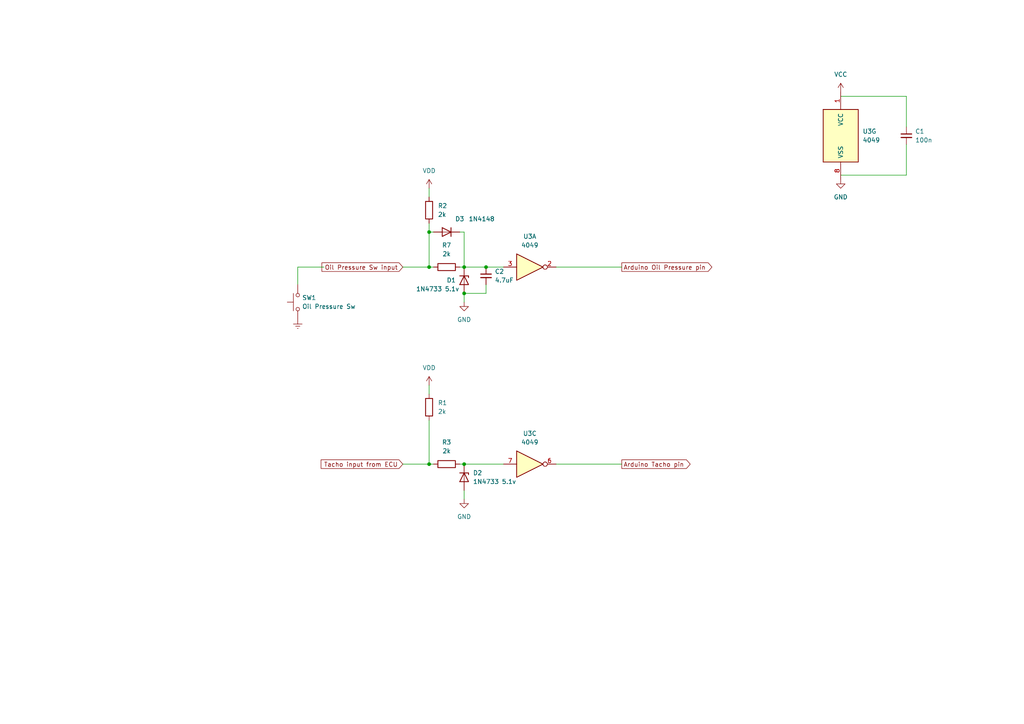
<source format=kicad_sch>
(kicad_sch (version 20230121) (generator eeschema)
  (paper "A4")
  (lib_symbols
    (symbol "4xxx:4049" (pin_names (offset 1.016))
      (property "Reference" "U" (at 0 1.27 0))
      (property "Value" "4049" (at 0 -1.27 0))
      (symbol "4049_1_0"
        (polyline (pts (xy -3.81 3.81) (xy -3.81 -3.81) (xy 3.81 0) (xy -3.81 3.81)) (stroke (width 0.254)) (fill (type background)))
        (pin output inverted (at 7.62 0 180) (length 3.81) (name "~") (number "2"))
        (pin input line (at -7.62 0 0) (length 3.81) (name "~") (number "3"))
      )
      (symbol "4049_2_0"
        (polyline (pts (xy -3.81 3.81) (xy -3.81 -3.81) (xy 3.81 0) (xy -3.81 3.81)) (stroke (width 0.254)) (fill (type background)))
        (pin output inverted (at 7.62 0 180) (length 3.81) (name "~") (number "4"))
        (pin input line (at -7.62 0 0) (length 3.81) (name "~") (number "5"))
      )
      (symbol "4049_3_0"
        (polyline (pts (xy -3.81 3.81) (xy -3.81 -3.81) (xy 3.81 0) (xy -3.81 3.81)) (stroke (width 0.254)) (fill (type background)))
        (pin output inverted (at 7.62 0 180) (length 3.81) (name "~") (number "6"))
        (pin input line (at -7.62 0 0) (length 3.81) (name "~") (number "7"))
      )
      (symbol "4049_4_0"
        (polyline (pts (xy -3.81 3.81) (xy -3.81 -3.81) (xy 3.81 0) (xy -3.81 3.81)) (stroke (width 0.254)) (fill (type background)))
        (pin output inverted (at 7.62 0 180) (length 3.81) (name "~") (number "10"))
        (pin input line (at -7.62 0 0) (length 3.81) (name "~") (number "9"))
      )
      (symbol "4049_5_0"
        (polyline (pts (xy -3.81 3.81) (xy -3.81 -3.81) (xy 3.81 0) (xy -3.81 3.81)) (stroke (width 0.254)) (fill (type background)))
        (pin input line (at -7.62 0 0) (length 3.81) (name "~") (number "11"))
        (pin output inverted (at 7.62 0 180) (length 3.81) (name "~") (number "12"))
      )
      (symbol "4049_6_0"
        (polyline (pts (xy -3.81 3.81) (xy -3.81 -3.81) (xy 3.81 0) (xy -3.81 3.81)) (stroke (width 0.254)) (fill (type background)))
        (pin input line (at -7.62 0 0) (length 3.81) (name "~") (number "14"))
        (pin output inverted (at 7.62 0 180) (length 3.81) (name "~") (number "15"))
      )
      (symbol "4049_7_0"
        (pin power_in line (at 0 12.7 270) (length 5.08) (name "VCC") (number "1"))
        (pin power_in line (at 0 -12.7 90) (length 5.08) (name "VSS") (number "8"))
      )
      (symbol "4049_7_1"
        (rectangle (start -5.08 7.62) (end 5.08 -7.62) (stroke (width 0.254)) (fill (type background)))
      )
    )
    (symbol "Device:C_Small" (pin_numbers hide) (pin_names (offset 0.254) hide)
      (property "Reference" "C" (at 0.254 1.778 0))
      (property "Value" "C_Small" (at 0.254 -2.032 0))
      (symbol "C_Small_0_1"
        (polyline (pts (xy -1.524 -0.508) (xy 1.524 -0.508)) (stroke (width 0.3302)))
        (polyline (pts (xy -1.524 0.508) (xy 1.524 0.508)) (stroke (width 0.3048)))
      )
      (symbol "C_Small_1_1"
        (pin passive line (at 0 2.54 270) (length 2.032) (name "~") (number "1"))
        (pin passive line (at 0 -2.54 90) (length 2.032) (name "~") (number "2"))
      )
    )
    (symbol "Device:R" (pin_numbers hide) (pin_names (offset 0))
      (property "Reference" "R" (at 2.032 0 90))
      (property "Value" "R" (at 0 0 90))
      (symbol "R_0_1"
        (rectangle (start -1.016 -2.54) (end 1.016 2.54) (stroke (width 0.254)))
      )
      (symbol "R_1_1"
        (pin passive line (at 0 3.81 270) (length 1.27) (name "~") (number "1"))
        (pin passive line (at 0 -3.81 90) (length 1.27) (name "~") (number "2"))
      )
    )
    (symbol "Diode:1N4148" (pin_numbers hide) (pin_names hide)
      (property "Reference" "D" (at 0 2.54 0))
      (property "Value" "1N4148" (at 0 -2.54 0))
      (symbol "1N4148_0_1"
        (polyline (pts (xy -1.27 1.27) (xy -1.27 -1.27)) (stroke (width 0.254)))
        (polyline (pts (xy 1.27 0) (xy -1.27 0)))
        (polyline (pts (xy 1.27 1.27) (xy 1.27 -1.27) (xy -1.27 0) (xy 1.27 1.27)) (stroke (width 0.254)))
      )
      (symbol "1N4148_1_1"
        (pin passive line (at -3.81 0 0) (length 2.54) (name "K") (number "1"))
        (pin passive line (at 3.81 0 180) (length 2.54) (name "A") (number "2"))
      )
    )
    (symbol "Diode:1N47xxA" (pin_numbers hide) (pin_names hide)
      (property "Reference" "D" (at 0 2.54 0))
      (property "Value" "1N47xxA" (at 0 -2.54 0))
      (symbol "1N47xxA_0_1"
        (polyline (pts (xy 1.27 0) (xy -1.27 0)))
        (polyline (pts (xy -1.27 -1.27) (xy -1.27 1.27) (xy -0.762 1.27)) (stroke (width 0.254)))
        (polyline (pts (xy 1.27 -1.27) (xy 1.27 1.27) (xy -1.27 0) (xy 1.27 -1.27)) (stroke (width 0.254)))
      )
      (symbol "1N47xxA_1_1"
        (pin passive line (at -3.81 0 0) (length 2.54) (name "K") (number "1"))
        (pin passive line (at 3.81 0 180) (length 2.54) (name "A") (number "2"))
      )
    )
    (symbol "Switch:SW_Push" (pin_numbers hide) (pin_names (offset 1.016) hide)
      (property "Reference" "SW" (at 1.27 2.54 0))
      (property "Value" "SW_Push" (at 0 -1.524 0))
      (symbol "SW_Push_0_1"
        (circle (center -2.032 0) (radius 0.508))
        (polyline (pts (xy 0 1.27) (xy 0 3.048)))
        (polyline (pts (xy 2.54 1.27) (xy -2.54 1.27)))
        (circle (center 2.032 0) (radius 0.508))
        (pin passive line (at -5.08 0 0) (length 2.54) (name "1") (number "1"))
        (pin passive line (at 5.08 0 180) (length 2.54) (name "2") (number "2"))
      )
    )
    (symbol "power:Earth" (power) (pin_names (offset 0))
      (symbol "Earth_0_1"
        (polyline (pts (xy -0.635 -1.905) (xy 0.635 -1.905)))
        (polyline (pts (xy -0.127 -2.54) (xy 0.127 -2.54)))
        (polyline (pts (xy 0 -1.27) (xy 0 0)))
        (polyline (pts (xy 1.27 -1.27) (xy -1.27 -1.27)))
      )
      (symbol "Earth_1_1"
        (pin power_in line (at 0 0 270) (length 0) hide (name "Earth") (number "1"))
      )
    )
    (symbol "power:GND" (power) (pin_names (offset 0))
      (property "Value" "GND" (at 0 -3.81 0))
      (symbol "GND_0_1"
        (polyline (pts (xy 0 0) (xy 0 -1.27) (xy 1.27 -1.27) (xy 0 -2.54) (xy -1.27 -1.27) (xy 0 -1.27)))
      )
      (symbol "GND_1_1"
        (pin power_in line (at 0 0 270) (length 0) hide (name "GND") (number "1"))
      )
    )
    (symbol "power:VCC" (power) (pin_names (offset 0))
      (property "Value" "VCC" (at 0 3.81 0))
      (symbol "VCC_0_1"
        (polyline (pts (xy -0.762 1.27) (xy 0 2.54)))
        (polyline (pts (xy 0 0) (xy 0 2.54)))
        (polyline (pts (xy 0 2.54) (xy 0.762 1.27)))
      )
      (symbol "VCC_1_1"
        (pin power_in line (at 0 0 90) (length 0) hide (name "VCC") (number "1"))
      )
    )
    (symbol "power:VDD" (power) (pin_names (offset 0))
      (property "Value" "VDD" (at 0 3.81 0))
      (symbol "VDD_0_1"
        (polyline (pts (xy -0.762 1.27) (xy 0 2.54)))
        (polyline (pts (xy 0 0) (xy 0 2.54)))
        (polyline (pts (xy 0 2.54) (xy 0.762 1.27)))
      )
      (symbol "VDD_1_1"
        (pin power_in line (at 0 0 90) (length 0) hide (name "VDD") (number "1"))
      )
    )
  )
  (junction (at 124.46 67.31))
  (junction (at 134.62 77.47))
  (junction (at 140.97 77.47))
  (junction (at 124.46 77.47))
  (junction (at 134.62 134.62))
  (junction (at 124.46 134.62))
  (junction (at 134.62 85.09))
  (wire (pts (xy 140.97 82.55) (xy 140.97 85.09)))
  (wire (pts (xy 134.62 77.47) (xy 140.97 77.47)))
  (wire (pts (xy 133.35 77.47) (xy 134.62 77.47)))
  (wire (pts (xy 116.84 77.47) (xy 124.46 77.47)))
  (wire (pts (xy 243.84 27.94) (xy 262.89 27.94)))
  (wire (pts (xy 125.73 134.62) (xy 124.46 134.62)))
  (wire (pts (xy 134.62 134.62) (xy 133.35 134.62)))
  (wire (pts (xy 134.62 67.31) (xy 134.62 77.47)))
  (wire (pts (xy 124.46 64.77) (xy 124.46 67.31)))
  (wire (pts (xy 161.29 134.62) (xy 180.34 134.62)))
  (wire (pts (xy 134.62 142.24) (xy 134.62 144.78)))
  (wire (pts (xy 140.97 77.47) (xy 146.05 77.47)))
  (wire (pts (xy 262.89 36.83) (xy 262.89 27.94)))
  (wire (pts (xy 124.46 111.76) (xy 124.46 114.3)))
  (wire (pts (xy 124.46 54.61) (xy 124.46 57.15)))
  (wire (pts (xy 134.62 134.62) (xy 146.05 134.62)))
  (wire (pts (xy 133.35 67.31) (xy 134.62 67.31)))
  (wire (pts (xy 124.46 121.92) (xy 124.46 134.62)))
  (wire (pts (xy 134.62 85.09) (xy 140.97 85.09)))
  (wire (pts (xy 124.46 67.31) (xy 124.46 77.47)))
  (wire (pts (xy 86.36 82.55) (xy 86.36 77.47)))
  (wire (pts (xy 161.29 77.47) (xy 180.34 77.47)))
  (wire (pts (xy 86.36 77.47) (xy 93.98 77.47)))
  (wire (pts (xy 125.73 77.47) (xy 124.46 77.47)))
  (wire (pts (xy 243.84 50.8) (xy 262.89 50.8)))
  (wire (pts (xy 116.84 134.62) (xy 124.46 134.62)))
  (wire (pts (xy 262.89 41.91) (xy 262.89 50.8)))
  (wire (pts (xy 134.62 85.09) (xy 134.62 87.63)))
  (wire (pts (xy 124.46 67.31) (xy 125.73 67.31)))
  (global_label "Arduino Tacho pin" (shape output) (at 180.34 134.62 0) (property "Intersheetrefs" "${INTERSHEET_REFS}" (effects hide)))
  (global_label "Tacho input from ECU" (shape input) (at 116.84 134.62 180) (property "Intersheetrefs" "${INTERSHEET_REFS}" (effects hide)))
  (global_label "Arduino Oil Pressure pin" (shape output) (at 180.34 77.47 0) (property "Intersheetrefs" "${INTERSHEET_REFS}" (effects hide)))
  (global_label "Oil Pressure Sw input" (shape input) (at 116.84 77.47 180) (property "Intersheetrefs" "${INTERSHEET_REFS}" (effects hide)))
  (symbol (lib_id "Device:R") (at 129.54 77.47 270) (unit 1)
    (property "Reference" "R7" (at 129.54 71.12 90))
    (property "Value" "2k" (at 129.54 73.66 90))
  )
  (symbol (lib_id "Device:C_Small") (at 262.89 39.37 0) (unit 1)
    (property "Reference" "C1" (at 265.43 38.1063 0) (effects (justify left)))
    (property "Value" "100n" (at 265.43 40.6463 0) (effects (justify left)))
  )
  (symbol (lib_id "Switch:SW_Push") (at 86.36 87.63 90) (unit 1)
    (property "Reference" "SW1" (at 87.63 86.36 90) (effects (justify right)))
    (property "Value" "Oil Pressure Sw" (at 87.63 88.9 90) (effects (justify right)))
  )
  (symbol (lib_id "power:VCC") (at 243.84 26.67 0) (unit 1)
    (property "Reference" "#PWR04" (effects hide))
    (property "Value" "VCC" (at 243.84 21.59 0))
  )
  (symbol (lib_id "power:GND") (at 243.84 52.07 0) (unit 1)
    (property "Reference" "#PWR06" (effects hide))
    (property "Value" "GND" (at 243.84 57.15 0))
  )
  (symbol (lib_id "Device:C_Small") (at 140.97 80.01 0) (unit 1)
    (property "Reference" "C2" (at 143.51 78.7463 0) (effects (justify left)))
    (property "Value" "4.7uF" (at 143.51 81.2863 0) (effects (justify left)))
  )
  (symbol (lib_id "power:GND") (at 134.62 144.78 0) (unit 1)
    (property "Reference" "#PWR07" (effects hide))
    (property "Value" "GND" (at 134.62 149.86 0))
  )
  (symbol (lib_id "Diode:1N47xxA") (at 134.62 138.43 270) (unit 1)
    (property "Reference" "D2" (at 137.16 137.16 90) (effects (justify left)))
    (property "Value" "1N4733 5.1v" (at 137.16 139.7 90) (effects (justify left)))
    (property "Footprint" "Diode_THT:D_DO-41_SOD81_P10.16mm_Horizontal" (effects hide))
    (property "Datasheet" "https://www.vishay.com/docs/85816/1n4728a.pdf" (effects hide))
  )
  (symbol (lib_id "4xxx:4049") (at 153.67 77.47 0) (unit 1)
    (property "Reference" "U3" (at 153.67 68.58 0))
    (property "Value" "4049" (at 153.67 71.12 0))
    (property "Datasheet" "http://www.intersil.com/content/dam/intersil/documents/cd40/cd4049ubms.pdf" (effects hide))
  )
  (symbol (lib_id "Diode:1N4148") (at 129.54 67.31 0) (mirror y) (unit 1)
    (property "Reference" "D3" (at 133.35 63.5 0))
    (property "Value" "1N4148" (at 139.7 63.5 0))
    (property "Footprint" "Diode_THT:D_DO-35_SOD27_P7.62mm_Horizontal" (effects hide))
    (property "Datasheet" "https://assets.nexperia.com/documents/data-sheet/1N4148_1N4448.pdf" (effects hide))
    (property "Sim.Device" "D" (effects hide))
    (property "Sim.Pins" "1=K 2=A" (effects hide))
  )
  (symbol (lib_id "Device:R") (at 124.46 60.96 0) (unit 1)
    (property "Reference" "R2" (at 127 59.69 0) (effects (justify left)))
    (property "Value" "2k" (at 127 62.23 0) (effects (justify left)))
  )
  (symbol (lib_id "power:Earth") (at 86.36 92.71 0) (unit 1)
    (property "Reference" "#PWR01" (effects hide))
    (property "Value" "Earth" (effects hide))
  )
  (symbol (lib_id "Device:R") (at 124.46 118.11 0) (unit 1)
    (property "Reference" "R1" (at 127 116.84 0) (effects (justify left)))
    (property "Value" "2k" (at 127 119.38 0) (effects (justify left)))
  )
  (symbol (lib_id "power:GND") (at 134.62 87.63 0) (unit 1)
    (property "Reference" "#PWR08" (effects hide))
    (property "Value" "GND" (at 134.62 92.71 0))
  )
  (symbol (lib_id "power:VDD") (at 124.46 111.76 0) (unit 1)
    (property "Reference" "#PWR03" (effects hide))
    (property "Value" "VDD" (at 124.46 106.68 0))
  )
  (symbol (lib_id "power:VDD") (at 124.46 54.61 0) (unit 1)
    (property "Reference" "#PWR02" (effects hide))
    (property "Value" "VDD" (at 124.46 49.53 0))
  )
  (symbol (lib_id "Diode:1N47xxA") (at 134.62 81.28 270) (unit 1)
    (property "Reference" "D1" (at 129.54 81.28 90) (effects (justify left)))
    (property "Value" "1N4733 5.1v" (at 120.65 83.82 90) (effects (justify left)))
    (property "Footprint" "Diode_THT:D_DO-41_SOD81_P10.16mm_Horizontal" (effects hide))
    (property "Datasheet" "https://www.vishay.com/docs/85816/1n4728a.pdf" (effects hide))
  )
  (symbol (lib_id "4xxx:4049") (at 243.84 39.37 0) (unit 7)
    (property "Reference" "U3" (at 250.19 38.1 0) (effects (justify left)))
    (property "Value" "4049" (at 250.19 40.64 0) (effects (justify left)))
    (property "Datasheet" "http://www.intersil.com/content/dam/intersil/documents/cd40/cd4049ubms.pdf" (effects hide))
  )
  (symbol (lib_id "Device:R") (at 129.54 134.62 270) (unit 1)
    (property "Reference" "R3" (at 129.54 128.27 90))
    (property "Value" "2k" (at 129.54 130.81 90))
  )
  (symbol (lib_id "4xxx:4049") (at 153.67 134.62 0) (unit 3)
    (property "Reference" "U3" (at 153.67 125.73 0))
    (property "Value" "4049" (at 153.67 128.27 0))
    (property "Datasheet" "http://www.intersil.com/content/dam/intersil/documents/cd40/cd4049ubms.pdf" (effects hide))
  )
)
</source>
